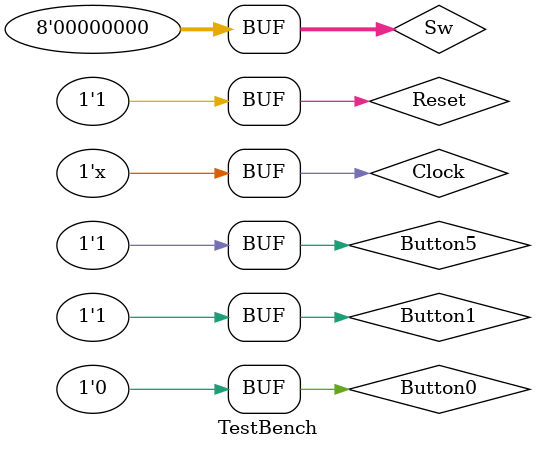
<source format=v>
`timescale 1ns / 1ps


module TestBench;

	// Inputs
	reg Clock;
	reg Reset;
	reg [7:0] Sw;
	reg Button0;
	reg Button1;
	reg Button5;

	// Outputs
	wire [7:0] Result_LCD;
	wire [7:0] Result_7Sg;

	// Instantiate the Unit Under Test (UUT)
	CPU MyCPU (
		.Clock(Clock), 
		.Reset(Reset), 
		.Sw(Sw), 
		.Button0(Button0), 
		.Button1(Button1), 
		.Button5(Button5), 
		.Result_LCD(Result_LCD), 
		.Result_7Sg(Result_7Sg)
	);

	initial begin
		Clock = 0;
		Reset = 0;
		Sw = 0;
		Button0 = 0;
		Button1 = 0;
		Button5 = 0;
		#10;
      Reset = 1;
		Button5 = 1;
		#10;
		
		//Note , Result Mean : Register 3 (+ Register 4 in MUL)
		
		
		Sw=8'b0000_0001; #10; Button0 = 1; #10; Button0 = 0; //Add
		Sw=8'b0111_0001; #10; Button0 = 1; #10; Button0 = 0; //7
		Sw=8'b0010_0001; #10; Button0 = 1; #10; Button0 = 0; //2
		Sw=8'b0; #10; Button0 = 1; #10; Button0 = 0; //Result 9

		#10;

		Sw=8'b0000_0011; #10; Button0 = 1; #10; Button0 = 0; //Sub
		Sw=8'b1110_0011; #10; Button0 = 1; #10; Button0 = 0; //14
		Sw=8'b1000_0011; #10; Button0 = 1; #10; Button0 = 0; //8
		Sw=8'b0; #10; Button0 = 1; #10; Button0 = 0; //Result 6

		#10;

		Sw=8'b0000_0111; #10; Button0 = 1; #10; Button0 = 0; //MUL
		Sw=8'b0010_0111; #10; Button0 = 1; #10; Button0 = 0; //2
		Sw=8'b0111_0111; #10; Button0 = 1; #10; Button0 = 0; //7
		Sw=8'b0; #10; Button0 = 1; #10; Button0 = 0; //Result 14

		#10;


		Sw=8'b0000_1111; #10; Button0 = 1; #10; Button0 = 0; //ST
		Sw=8'b0101_1111; #10; Button0 = 1; #10; Button0 = 0; //5
		Sw=8'b1010_1111; #10; Button0 = 1; #10; Button0 = 0; //10
		Sw=8'b0; #10; Button0 = 1; #10; Button0 = 0; //Result : Register5 = 10

		#10;


		Sw=8'b0000_1110; #10; Button0 = 1; #10; Button0 = 0; //LD
		Sw=8'b0101_1110; #10; Button0 = 1; #10; Button0 = 0; //5
		Sw=8'b0101_1110; #10; Button0 = 1; #10; Button0 = 0; //DontCare
		Sw=8'b0; #10; Button0 = 1; #10; Button0 = 0; //Result : Register 5

		#10;


		//Sw=8'b0000_1100; Button0 = 1; #10; Button0 = 0;
		
		Sw=8'b0000_1000; #10; Button0 = 1; #10; Button0 = 0; //NAND
		Sw=8'b0110_1000; #10; Button0 = 1; #10; Button0 = 0; //0110
		Sw=8'b1111_1000; #10; Button0 = 1; #10; Button0 = 0; //1111
		Sw=8'b0; #10; Button0 = 1; #10; Button0 = 0; //Result : 1001 = 9

		#10;

		Sw=8'b0000_1001; #10; Button0 = 1; #10; Button0 = 0; //NOR
		Sw=8'b0100_1001; #10; Button0 = 1; #10; Button0 = 0; //0100
		Sw=8'b1100_1001; #10; Button0 = 1; #10; Button0 = 0; //1100
		Sw=8'b0; #10; Button0 = 1; #10; Button0 = 0; //Result : 0011 = 3

		#10;
		Button1 = 1;
		Sw=8'b0000_1011; #10; Button0 = 1; #10; Button0 = 0; //XOR
		Sw=8'b1001_1011; #10; Button0 = 1; #10; Button0 = 0; //1001
		Sw=8'b1101_1011; #10; Button0 = 1; #10; Button0 = 0; //1101
		Sw=8'b0; #10; Button0 = 1; #10; Button0 = 0; //Result : 0100 = 4

	end
    
	always #5 Clock=~Clock;
	
endmodule


</source>
